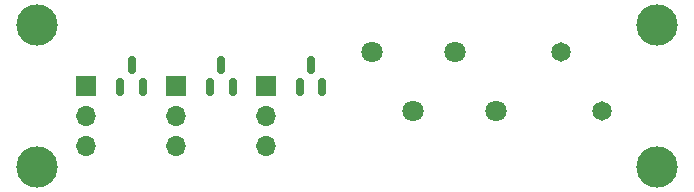
<source format=gbr>
%TF.GenerationSoftware,KiCad,Pcbnew,(6.0.8-1)-1*%
%TF.CreationDate,2024-02-23T21:37:45-06:00*%
%TF.ProjectId,RGB LED Interface,52474220-4c45-4442-9049-6e7465726661,rev?*%
%TF.SameCoordinates,Original*%
%TF.FileFunction,Soldermask,Top*%
%TF.FilePolarity,Negative*%
%FSLAX46Y46*%
G04 Gerber Fmt 4.6, Leading zero omitted, Abs format (unit mm)*
G04 Created by KiCad (PCBNEW (6.0.8-1)-1) date 2024-02-23 21:37:45*
%MOMM*%
%LPD*%
G01*
G04 APERTURE LIST*
G04 Aperture macros list*
%AMRoundRect*
0 Rectangle with rounded corners*
0 $1 Rounding radius*
0 $2 $3 $4 $5 $6 $7 $8 $9 X,Y pos of 4 corners*
0 Add a 4 corners polygon primitive as box body*
4,1,4,$2,$3,$4,$5,$6,$7,$8,$9,$2,$3,0*
0 Add four circle primitives for the rounded corners*
1,1,$1+$1,$2,$3*
1,1,$1+$1,$4,$5*
1,1,$1+$1,$6,$7*
1,1,$1+$1,$8,$9*
0 Add four rect primitives between the rounded corners*
20,1,$1+$1,$2,$3,$4,$5,0*
20,1,$1+$1,$4,$5,$6,$7,0*
20,1,$1+$1,$6,$7,$8,$9,0*
20,1,$1+$1,$8,$9,$2,$3,0*%
G04 Aperture macros list end*
%ADD10C,1.800000*%
%ADD11C,3.500000*%
%ADD12R,1.700000X1.700000*%
%ADD13O,1.700000X1.700000*%
%ADD14C,1.650000*%
%ADD15RoundRect,0.150000X0.150000X-0.587500X0.150000X0.587500X-0.150000X0.587500X-0.150000X-0.587500X0*%
G04 APERTURE END LIST*
D10*
%TO.C,X1*%
X128350000Y-70805000D03*
X131850000Y-75805000D03*
X135350000Y-70805000D03*
X138850000Y-75805000D03*
%TD*%
D11*
%TO.C,H3*%
X152500000Y-80500000D03*
%TD*%
D12*
%TO.C,J1*%
X104140000Y-73660000D03*
D13*
X104140000Y-76200000D03*
X104140000Y-78740000D03*
%TD*%
D12*
%TO.C,J2*%
X111760000Y-73660000D03*
D13*
X111760000Y-76200000D03*
X111760000Y-78740000D03*
%TD*%
D12*
%TO.C,J3*%
X119380000Y-73660000D03*
D13*
X119380000Y-76200000D03*
X119380000Y-78740000D03*
%TD*%
D14*
%TO.C,J4*%
X144313000Y-70800000D03*
X147813000Y-75800000D03*
%TD*%
D11*
%TO.C,H4*%
X152500000Y-68500000D03*
%TD*%
D15*
%TO.C,Q3*%
X122250000Y-73737500D03*
X124150000Y-73737500D03*
X123200000Y-71862500D03*
%TD*%
D11*
%TO.C,H1*%
X100000000Y-68500000D03*
%TD*%
D15*
%TO.C,Q2*%
X114650000Y-73737500D03*
X116550000Y-73737500D03*
X115600000Y-71862500D03*
%TD*%
D11*
%TO.C,H2*%
X100000000Y-80500000D03*
%TD*%
D15*
%TO.C,Q1*%
X107050000Y-73737500D03*
X108950000Y-73737500D03*
X108000000Y-71862500D03*
%TD*%
M02*

</source>
